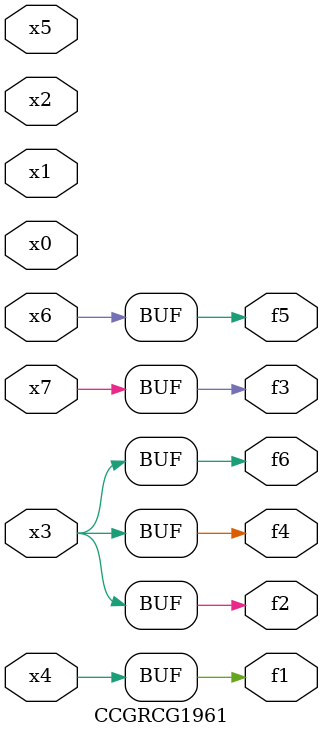
<source format=v>
module CCGRCG1961(
	input x0, x1, x2, x3, x4, x5, x6, x7,
	output f1, f2, f3, f4, f5, f6
);
	assign f1 = x4;
	assign f2 = x3;
	assign f3 = x7;
	assign f4 = x3;
	assign f5 = x6;
	assign f6 = x3;
endmodule

</source>
